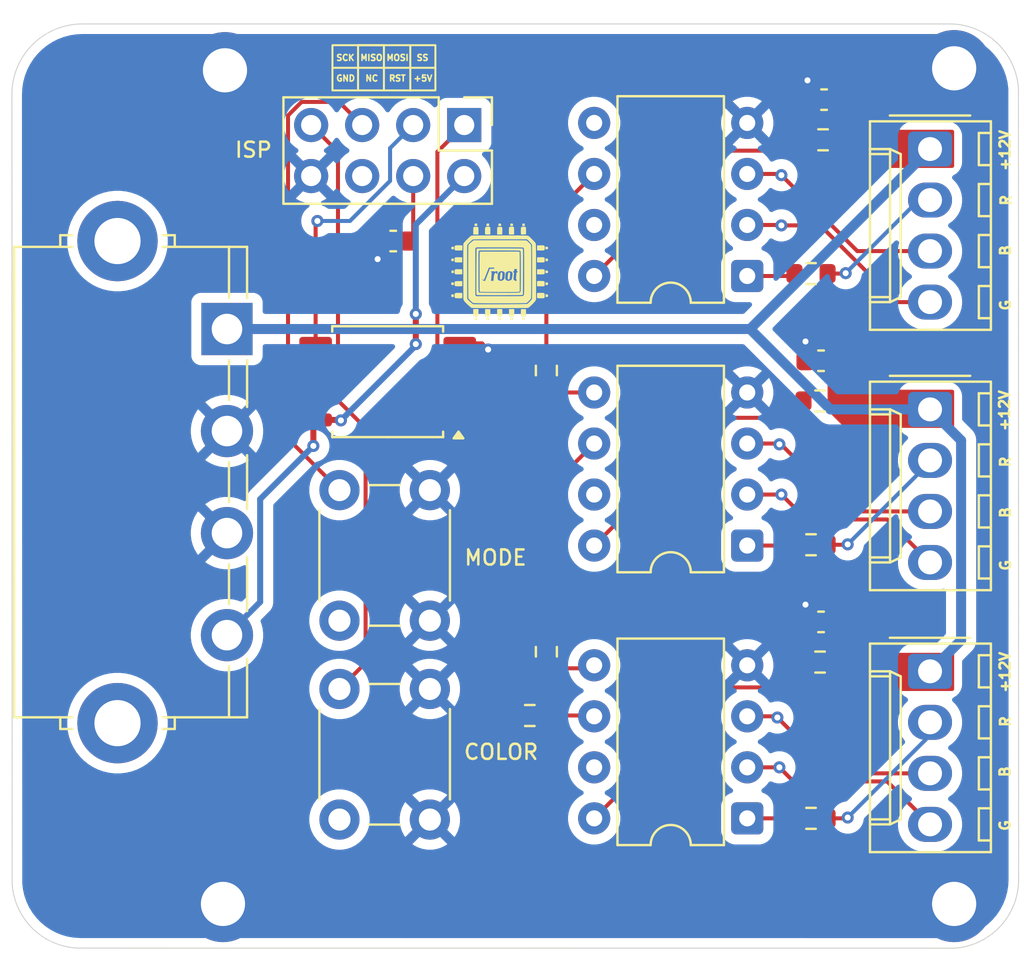
<source format=kicad_pcb>
(kicad_pcb (version 20241229) (generator "pcbnew") (generator_version "9.0")
  (layers (0 "F.Cu" signal) (2 "B.Cu" signal) (13 "F.Paste" user) (15 "B.Paste" user) (5 "F.SilkS" user "F.Silkscreen") (7 "B.SilkS" user "B.Silkscreen") (1 "F.Mask" user) (3 "B.Mask" user) (25 "Edge.Cuts" user))
  (net 0 "")
  (net 1 "GND")
  (net 2 "Net-(J1-Pin_4)")
  (net 3 "+12V")
  (net 4 "SS")
  (net 5 "+5V")
  (net 6 "MISO")
  (net 8 "SCK")
  (net 9 "MOSI")
  (net 10 "GREEN1")
  (net 11 "RED1")
  (net 12 "BLUE1")
  (net 13 "GREEN3")
  (net 14 "BLUE3")
  (net 15 "RED3")
  (net 16 "RED2")
  (net 17 "GREEN2")
  (net 18 "BLUE2")
  (net 19 "Net-(U2-DIN)")
  (net 20 "LED_SDA")
  (net 21 "Net-(U3-DIN)")
  (net 22 "Net-(U2-DO)")
  (net 23 "Net-(U4-DIN)")
  (net 24 "Net-(U3-DO)")
  (net 25 "Net-(U2-VDD)")
  (net 26 "Net-(U3-VDD)")
  (net 27 "Net-(U4-VDD)")
  (net 28 "Net-(U2-OUTR)")
  (net 29 "Net-(U3-OUTR)")
  (net 30 "Net-(U4-OUTR)")
  (footprint "Connector_Molex:Molex_KK-254_AE-6410-04A_1x04_P2.54mm_Vertical" (layer "F.Cu") (at 166 68.92 -90)
    (property "Reference" "J3" (hide yes))
    (property "Value" "RGB3" (hide yes))
    (pad "1" thru_hole roundrect (at 0 0 270) (size 1.74 2.19) (drill 1.19) (layers "*.Cu" "*.Mask") (roundrect_rratio 0.143678) (net 3 "+12V"))
    (pad "2" thru_hole oval (at 2.54 0 270) (size 1.74 2.19) (drill 1.19) (layers "*.Cu" "*.Mask") (net 15 "RED3"))
    (pad "3" thru_hole oval (at 5.08 0 270) (size 1.74 2.19) (drill 1.19) (layers "*.Cu" "*.Mask") (net 14 "BLUE3"))
    (pad "4" thru_hole oval (at 7.62 0 270) (size 1.74 2.19) (drill 1.19) (layers "*.Cu" "*.Mask") (net 13 "GREEN3"))
  )
  (footprint "Capacitor_SMD:C_0603_1608Metric" (layer "F.Cu") (at 160.575 79.46 180)
    (property "Reference" "C3" (hide yes))
    (property "Value" "0u1" (hide yes))
    (pad "1" smd roundrect (at -0.775 0 180) (size 0.9 0.95) (layers "F.Cu" "F.Mask" "F.Paste") (net 3 "+12V"))
    (pad "2" smd roundrect (at 0.775 0 180) (size 0.9 0.95) (layers "F.Cu" "F.Mask" "F.Paste") (net 1 "GND"))
  )
  (footprint "MountingHole:MountingHole_2.2mm_M2_DIN965_Pad" (layer "F.Cu") (at 167.2 64.9)
    (property "Reference" "H3" (hide yes))
    (property "Value" "MountingHole_Pad" (hide yes))
    (pad "1" thru_hole circle (at 0 0) (size 3.8 3.8) (drill 2.2) (layers "*.Cu" "*.Mask") (net 1 "GND"))
  )
  (footprint "Resistor_SMD:R_0603_1608Metric" (layer "F.Cu") (at 160.525 94.46 180)
    (property "Reference" "R4" (hide yes))
    (property "Value" "2k7" (hide yes))
    (pad "1" smd roundrect (at -0.825 0 180) (size 0.8 0.95) (layers "F.Cu" "F.Mask" "F.Paste") (net 3 "+12V"))
    (pad "2" smd roundrect (at 0.825 0 180) (size 0.8 0.95) (layers "F.Cu" "F.Mask" "F.Paste") (net 25 "Net-(U2-VDD)"))
  )
  (footprint "Button_Switch_THT:SW_PUSH_6mm_H5mm" (layer "F.Cu") (at 136.6 102.3 90)
    (property "Reference" "SW2" (hide yes))
    (property "Value" "mode" (hide yes))
    (pad "1" thru_hole circle (at 0 0 180) (size 2 2) (drill 1.1) (layers "*.Cu" "*.Mask") (net 8 "SCK"))
    (pad "1" thru_hole circle (at 6.5 0 180) (size 2 2) (drill 1.1) (layers "*.Cu" "*.Mask") (net 8 "SCK"))
    (pad "2" thru_hole circle (at 0 4.5 180) (size 2 2) (drill 1.1) (layers "*.Cu" "*.Mask") (net 1 "GND"))
    (pad "2" thru_hole circle (at 6.5 4.5 180) (size 2 2) (drill 1.1) (layers "*.Cu" "*.Mask") (net 1 "GND"))
  )
  (footprint "Resistor_SMD:R_0603_1608Metric" (layer "F.Cu") (at 160.525 81.46 180)
    (property "Reference" "R5" (hide yes))
    (property "Value" "2k7" (hide yes))
    (pad "1" smd roundrect (at -0.825 0 180) (size 0.8 0.95) (layers "F.Cu" "F.Mask" "F.Paste") (net 3 "+12V"))
    (pad "2" smd roundrect (at 0.825 0 180) (size 0.8 0.95) (layers "F.Cu" "F.Mask" "F.Paste") (net 26 "Net-(U3-VDD)"))
  )
  (footprint "Resistor_SMD:R_0603_1608Metric" (layer "F.Cu") (at 146.9 79.945 90)
    (property "Reference" "R3" (hide yes))
    (property "Value" "33" (hide yes))
    (pad "1" smd roundrect (at -0.825 0 90) (size 0.8 0.95) (layers "F.Cu" "F.Mask" "F.Paste") (net 24 "Net-(U3-DO)"))
    (pad "2" smd roundrect (at 0.825 0 90) (size 0.8 0.95) (layers "F.Cu" "F.Mask" "F.Paste") (net 23 "Net-(U4-DIN)"))
  )
  (footprint "LOGO" (layer "F.Cu") (at 144.6 75.15)
    (property "Reference" "G***" (hide yes))
    (property "Value" "LOGO" (hide yes))
  )
  (footprint "Resistor_SMD:R_0603_1608Metric" (layer "F.Cu") (at 160.075 88.62)
    (property "Reference" "RR2" (hide yes))
    (property "Value" "2k7" (hide yes))
    (pad "1" smd roundrect (at -0.825 0) (size 0.8 0.95) (layers "F.Cu" "F.Mask" "F.Paste") (net 29 "Net-(U3-OUTR)"))
    (pad "2" smd roundrect (at 0.825 0) (size 0.8 0.95) (layers "F.Cu" "F.Mask" "F.Paste") (net 16 "RED2"))
  )
  (footprint "Resistor_SMD:R_0603_1608Metric" (layer "F.Cu") (at 160.075 102.24)
    (property "Reference" "RR1" (hide yes))
    (property "Value" "2k7" (hide yes))
    (pad "1" smd roundrect (at -0.825 0) (size 0.8 0.95) (layers "F.Cu" "F.Mask" "F.Paste") (net 28 "Net-(U2-OUTR)"))
    (pad "2" smd roundrect (at 0.825 0) (size 0.8 0.95) (layers "F.Cu" "F.Mask" "F.Paste") (net 11 "RED1"))
  )
  (footprint "Resistor_SMD:R_0603_1608Metric" (layer "F.Cu") (at 146.9 93.945 90)
    (property "Reference" "R2" (hide yes))
    (property "Value" "33" (hide yes))
    (pad "1" smd roundrect (at -0.825 0 90) (size 0.8 0.95) (layers "F.Cu" "F.Mask" "F.Paste") (net 22 "Net-(U2-DO)"))
    (pad "2" smd roundrect (at 0.825 0 90) (size 0.8 0.95) (layers "F.Cu" "F.Mask" "F.Paste") (net 21 "Net-(U3-DIN)"))
  )
  (footprint "MountingHole:MountingHole_2.2mm_M2_DIN965_Pad" (layer "F.Cu") (at 130.9 65)
    (property "Reference" "H1" (hide yes))
    (property "Value" "MountingHole_Pad" (hide yes))
    (pad "1" thru_hole circle (at 0 0) (size 3.8 3.8) (drill 2.2) (layers "*.Cu" "*.Mask") (net 1 "GND"))
  )
  (footprint "Package_DIP:DIP-8_W7.62mm" (layer "F.Cu") (at 156.9 102.24 180)
    (property "Reference" "U2" (hide yes))
    (property "Value" "WS2811" (hide yes))
    (pad "1" thru_hole roundrect (at 0 0 180) (size 1.6 1.6) (drill 0.8) (layers "*.Cu" "*.Mask") (roundrect_rratio 0.15625) (net 28 "Net-(U2-OUTR)"))
    (pad "2" thru_hole circle (at 0 2.54 180) (size 1.6 1.6) (drill 0.8) (layers "*.Cu" "*.Mask") (net 10 "GREEN1"))
    (pad "3" thru_hole circle (at 0 5.08 180) (size 1.6 1.6) (drill 0.8) (layers "*.Cu" "*.Mask") (net 12 "BLUE1"))
    (pad "4" thru_hole circle (at 0 7.62 180) (size 1.6 1.6) (drill 0.8) (layers "*.Cu" "*.Mask") (net 1 "GND"))
    (pad "5" thru_hole circle (at 7.62 7.62 180) (size 1.6 1.6) (drill 0.8) (layers "*.Cu" "*.Mask") (net 22 "Net-(U2-DO)"))
    (pad "6" thru_hole circle (at 7.62 5.08 180) (size 1.6 1.6) (drill 0.8) (layers "*.Cu" "*.Mask") (net 19 "Net-(U2-DIN)"))
    (pad "7" thru_hole circle (at 7.62 2.54 180) (size 1.6 1.6) (drill 0.8) (layers "*.Cu" "*.Mask"))
    (pad "8" thru_hole circle (at 7.62 0 180) (size 1.6 1.6) (drill 0.8) (layers "*.Cu" "*.Mask") (net 25 "Net-(U2-VDD)"))
  )
  (footprint "Capacitor_SMD:C_0603_1608Metric" (layer "F.Cu") (at 160.725 66.46 180)
    (property "Reference" "C2" (hide yes))
    (property "Value" "0u1" (hide yes))
    (pad "1" smd roundrect (at -0.775 0 180) (size 0.9 0.95) (layers "F.Cu" "F.Mask" "F.Paste") (net 3 "+12V"))
    (pad "2" smd roundrect (at 0.775 0 180) (size 0.9 0.95) (layers "F.Cu" "F.Mask" "F.Paste") (net 1 "GND"))
  )
  (footprint "Package_DIP:DIP-8_W7.62mm" (layer "F.Cu") (at 156.9 88.66 180)
    (property "Reference" "U3" (hide yes))
    (property "Value" "WS2811" (hide yes))
    (pad "1" thru_hole roundrect (at 0 0 180) (size 1.6 1.6) (drill 0.8) (layers "*.Cu" "*.Mask") (roundrect_rratio 0.15625) (net 29 "Net-(U3-OUTR)"))
    (pad "2" thru_hole circle (at 0 2.54 180) (size 1.6 1.6) (drill 0.8) (layers "*.Cu" "*.Mask") (net 17 "GREEN2"))
    (pad "3" thru_hole circle (at 0 5.08 180) (size 1.6 1.6) (drill 0.8) (layers "*.Cu" "*.Mask") (net 18 "BLUE2"))
    (pad "4" thru_hole circle (at 0 7.62 180) (size 1.6 1.6) (drill 0.8) (layers "*.Cu" "*.Mask") (net 1 "GND"))
    (pad "5" thru_hole circle (at 7.62 7.62 180) (size 1.6 1.6) (drill 0.8) (layers "*.Cu" "*.Mask") (net 24 "Net-(U3-DO)"))
    (pad "6" thru_hole circle (at 7.62 5.08 180) (size 1.6 1.6) (drill 0.8) (layers "*.Cu" "*.Mask") (net 21 "Net-(U3-DIN)"))
    (pad "7" thru_hole circle (at 7.62 2.54 180) (size 1.6 1.6) (drill 0.8) (layers "*.Cu" "*.Mask"))
    (pad "8" thru_hole circle (at 7.62 0 180) (size 1.6 1.6) (drill 0.8) (layers "*.Cu" "*.Mask") (net 26 "Net-(U3-VDD)"))
  )
  (footprint "Connector_PinHeader_2.54mm:PinHeader_2x04_P2.54mm_Vertical" (layer "F.Cu") (at 142.81 67.725 -90)
    (property "Reference" "J1" (hide yes))
    (property "Value" "SPI" (hide yes))
    (pad "1" thru_hole rect (at 0 0 270) (size 1.7 1.7) (drill 1) (layers "*.Cu" "*.Mask") (net 4 "SS"))
    (pad "2" thru_hole circle (at 2.54 0 270) (size 1.7 1.7) (drill 1) (layers "*.Cu" "*.Mask") (net 5 "+5V"))
    (pad "3" thru_hole circle (at 0 2.54 270) (size 1.7 1.7) (drill 1) (layers "*.Cu" "*.Mask") (net 9 "MOSI"))
    (pad "4" thru_hole circle (at 2.54 2.54 270) (size 1.7 1.7) (drill 1) (layers "*.Cu" "*.Mask") (net 2 "Net-(J1-Pin_4)"))
    (pad "5" thru_hole circle (at 0 5.08 270) (size 1.7 1.7) (drill 1) (layers "*.Cu" "*.Mask") (net 6 "MISO"))
    (pad "6" thru_hole circle (at 2.54 5.08 270) (size 1.7 1.7) (drill 1) (layers "*.Cu" "*.Mask"))
    (pad "7" thru_hole circle (at 0 7.62 270) (size 1.7 1.7) (drill 1) (layers "*.Cu" "*.Mask") (net 8 "SCK"))
    (pad "8" thru_hole circle (at 2.54 7.62 270) (size 1.7 1.7) (drill 1) (layers "*.Cu" "*.Mask") (net 1 "GND"))
  )
  (footprint "Connector_Molex:Molex_KK-254_AE-6410-04A_1x04_P2.54mm_Vertical" (layer "F.Cu") (at 166 94.92 -90)
    (property "Reference" "J2" (hide yes))
    (property "Value" "RGB1" (hide yes))
    (pad "1" thru_hole roundrect (at 0 0 270) (size 1.74 2.19) (drill 1.19) (layers "*.Cu" "*.Mask") (roundrect_rratio 0.143678) (net 3 "+12V"))
    (pad "2" thru_hole oval (at 2.54 0 270) (size 1.74 2.19) (drill 1.19) (layers "*.Cu" "*.Mask") (net 11 "RED1"))
    (pad "3" thru_hole oval (at 5.08 0 270) (size 1.74 2.19) (drill 1.19) (layers "*.Cu" "*.Mask") (net 12 "BLUE1"))
    (pad "4" thru_hole oval (at 7.62 0 270) (size 1.74 2.19) (drill 1.19) (layers "*.Cu" "*.Mask") (net 10 "GREEN1"))
  )
  (footprint "Package_DIP:DIP-8_W7.62mm" (layer "F.Cu") (at 156.9 75.24 180)
    (property "Reference" "U4" (hide yes))
    (property "Value" "WS2811" (hide yes))
    (pad "1" thru_hole roundrect (at 0 0 180) (size 1.6 1.6) (drill 0.8) (layers "*.Cu" "*.Mask") (roundrect_rratio 0.15625) (net 30 "Net-(U4-OUTR)"))
    (pad "2" thru_hole circle (at 0 2.54 180) (size 1.6 1.6) (drill 0.8) (layers "*.Cu" "*.Mask") (net 13 "GREEN3"))
    (pad "3" thru_hole circle (at 0 5.08 180) (size 1.6 1.6) (drill 0.8) (layers "*.Cu" "*.Mask") (net 14 "BLUE3"))
    (pad "4" thru_hole circle (at 0 7.62 180) (size 1.6 1.6) (drill 0.8) (layers "*.Cu" "*.Mask") (net 1 "GND"))
    (pad "5" thru_hole circle (at 7.62 7.62 180) (size 1.6 1.6) (drill 0.8) (layers "*.Cu" "*.Mask"))
    (pad "6" thru_hole circle (at 7.62 5.08 180) (size 1.6 1.6) (drill 0.8) (layers "*.Cu" "*.Mask") (net 23 "Net-(U4-DIN)"))
    (pad "7" thru_hole circle (at 7.62 2.54 180) (size 1.6 1.6) (drill 0.8) (layers "*.Cu" "*.Mask"))
    (pad "8" thru_hole circle (at 7.62 0 180) (size 1.6 1.6) (drill 0.8) (layers "*.Cu" "*.Mask") (net 27 "Net-(U4-VDD)"))
  )
  (footprint "Resistor_SMD:R_0603_1608Metric" (layer "F.Cu") (at 160.675 68.46 180)
    (property "Reference" "R6" (hide yes))
    (property "Value" "2k7" (hide yes))
    (pad "1" smd roundrect (at -0.825 0 180) (size 0.8 0.95) (layers "F.Cu" "F.Mask" "F.Paste") (net 3 "+12V"))
    (pad "2" smd roundrect (at 0.825 0 180) (size 0.8 0.95) (layers "F.Cu" "F.Mask" "F.Paste") (net 27 "Net-(U4-VDD)"))
  )
  (footprint "Connector:Joint-Tech_C5080WR-04P_1x04_P5.08mm_Vertical" (layer "F.Cu") (at 131 77.88 -90)
    (property "Reference" "J5" (hide yes))
    (property "Value" "4pin molex" (hide yes))
    (pad "1" thru_hole rect (at 0 0 90) (size 2.6 2.55) (drill 1.52) (layers "*.Cu" "*.Mask") (net 3 "+12V"))
    (pad "2" thru_hole circle (at 5.08 0 90) (size 2.6 2.6) (drill 1.52) (layers "*.Cu" "*.Mask") (net 1 "GND"))
    (pad "3" thru_hole circle (at 10.16 0 90) (size 2.6 2.6) (drill 1.52) (layers "*.Cu" "*.Mask") (net 1 "GND"))
    (pad "4" thru_hole circle (at 15.24 0 90) (size 2.6 2.6) (drill 1.52) (layers "*.Cu" "*.Mask") (net 5 "+5V"))
    (pad "5" thru_hole circle (at -4.38 5.45 90) (size 4 4) (drill 2.3) (layers "*.Cu" "*.Mask"))
    (pad "5" thru_hole circle (at 19.62 5.45 90) (size 4 4) (drill 2.3) (layers "*.Cu" "*.Mask"))
  )
  (footprint "Capacitor_SMD:C_0603_1608Metric" (layer "F.Cu") (at 139.275 73.5 180)
    (property "Reference" "C1" (hide yes))
    (property "Value" "10u" (hide yes))
    (pad "1" smd roundrect (at -0.775 0 180) (size 0.9 0.95) (layers "F.Cu" "F.Mask" "F.Paste") (net 2 "Net-(J1-Pin_4)"))
    (pad "2" smd roundrect (at 0.775 0 180) (size 0.9 0.95) (layers "F.Cu" "F.Mask" "F.Paste") (net 1 "GND"))
  )
  (footprint "MountingHole:MountingHole_2.2mm_M2_DIN965_Pad" (layer "F.Cu") (at 167.2 106.5)
    (property "Reference" "H4" (hide yes))
    (property "Value" "MountingHole_Pad" (hide yes))
    (pad "1" thru_hole circle (at 0 0) (size 3.8 3.8) (drill 2.2) (layers "*.Cu" "*.Mask") (net 1 "GND"))
  )
  (footprint "MountingHole:MountingHole_2.2mm_M2_DIN965_Pad" (layer "F.Cu") (at 130.8 106.5)
    (property "Reference" "H2" (hide yes))
    (property "Value" "MountingHole_Pad" (hide yes))
    (pad "1" thru_hole circle (at 0 0) (size 3.8 3.8) (drill 2.2) (layers "*.Cu" "*.Mask") (net 1 "GND"))
  )
  (footprint "Package_SO:SOIC-8_5.3x5.3mm_P1.27mm" (layer "F.Cu") (at 139 80.5 180)
    (property "Reference" "U1" (hide yes))
    (property "Value" "ATtiny25-20S" (hide yes))
    (pad "1" smd roundrect (at -3.5875 -1.905 180) (size 1.625 0.65) (layers "F.Cu" "F.Mask" "F.Paste") (net 4 "SS"))
    (pad "2" smd roundrect (at -3.5875 -0.635 180) (size 1.625 0.65) (layers "F.Cu" "F.Mask" "F.Paste") (net 20 "LED_SDA"))
    (pad "3" smd roundrect (at -3.5875 0.635 180) (size 1.625 0.65) (layers "F.Cu" "F.Mask" "F.Paste"))
    (pad "4" smd roundrect (at -3.5875 1.905 180) (size 1.625 0.65) (layers "F.Cu" "F.Mask" "F.Paste") (net 1 "GND"))
    (pad "5" smd roundrect (at 3.5875 1.905 180) (size 1.625 0.65) (layers "F.Cu" "F.Mask" "F.Paste") (net 9 "MOSI"))
    (pad "6" smd roundrect (at 3.5875 0.635 180) (size 1.625 0.65) (layers "F.Cu" "F.Mask" "F.Paste") (net 6 "MISO"))
    (pad "7" smd roundrect (at 3.5875 -0.635 180) (size 1.625 0.65) (layers "F.Cu" "F.Mask" "F.Paste") (net 8 "SCK"))
    (pad "8" smd roundrect (at 3.5875 -1.905 180) (size 1.625 0.65) (layers "F.Cu" "F.Mask" "F.Paste") (net 5 "+5V"))
  )
  (footprint "Connector_Molex:Molex_KK-254_AE-6410-04A_1x04_P2.54mm_Vertical" (layer "F.Cu") (at 166 81.88 -90)
    (property "Reference" "J4" (hide yes))
    (property "Value" "RGB2" (hide yes))
    (pad "1" thru_hole roundrect (at 0 0 270) (size 1.74 2.19) (drill 1.19) (layers "*.Cu" "*.Mask") (roundrect_rratio 0.143678) (net 3 "+12V"))
    (pad "2" thru_hole oval (at 2.54 0 270) (size 1.74 2.19) (drill 1.19) (layers "*.Cu" "*.Mask") (net 16 "RED2"))
    (pad "3" thru_hole oval (at 5.08 0 270) (size 1.74 2.19) (drill 1.19) (layers "*.Cu" "*.Mask") (net 18 "BLUE2"))
    (pad "4" thru_hole oval (at 7.62 0 270) (size 1.74 2.19) (drill 1.19) (layers "*.Cu" "*.Mask") (net 17 "GREEN2"))
  )
  (footprint "Capacitor_SMD:C_0603_1608Metric" (layer "F.Cu") (at 160.575 92.46 180)
    (property "Reference" "C4" (hide yes))
    (property "Value" "0u1" (hide yes))
    (pad "1" smd roundrect (at -0.775 0 180) (size 0.9 0.95) (layers "F.Cu" "F.Mask" "F.Paste") (net 3 "+12V"))
    (pad "2" smd roundrect (at 0.775 0 180) (size 0.9 0.95) (layers "F.Cu" "F.Mask" "F.Paste") (net 1 "GND"))
  )
  (footprint "Button_Switch_THT:SW_PUSH_6mm_H5mm" (layer "F.Cu") (at 136.6 92.4 90)
    (property "Reference" "SW1" (hide yes))
    (property "Value" "color" (hide yes))
    (pad "1" thru_hole circle (at 0 0 180) (size 2 2) (drill 1.1) (layers "*.Cu" "*.Mask") (net 6 "MISO"))
    (pad "1" thru_hole circle (at 6.5 0 180) (size 2 2) (drill 1.1) (layers "*.Cu" "*.Mask") (net 6 "MISO"))
    (pad "2" thru_hole circle (at 0 4.5 180) (size 2 2) (drill 1.1) (layers "*.Cu" "*.Mask") (net 1 "GND"))
    (pad "2" thru_hole circle (at 6.5 4.5 180) (size 2 2) (drill 1.1) (layers "*.Cu" "*.Mask") (net 1 "GND"))
  )
  (footprint "Resistor_SMD:R_0603_1608Metric" (layer "F.Cu") (at 146.075 97.12 180)
    (property "Reference" "R1" (hide yes))
    (property "Value" "33" (hide yes))
    (pad "1" smd roundrect (at -0.825 0 180) (size 0.8 0.95) (layers "F.Cu" "F.Mask" "F.Paste") (net 19 "Net-(U2-DIN)"))
    (pad "2" smd roundrect (at 0.825 0 180) (size 0.8 0.95) (layers "F.Cu" "F.Mask" "F.Paste") (net 20 "LED_SDA"))
  )
  (footprint "Resistor_SMD:R_0603_1608Metric" (layer "F.Cu") (at 160.075 75.12)
    (property "Reference" "RR3" (hide yes))
    (property "Value" "2k7" (hide yes))
    (pad "1" smd roundrect (at -0.825 0) (size 0.8 0.95) (layers "F.Cu" "F.Mask" "F.Paste") (net 30 "Net-(U4-OUTR)"))
    (pad "2" smd roundrect (at 0.825 0) (size 0.8 0.95) (layers "F.Cu" "F.Mask" "F.Paste") (net 15 "RED3"))
  )
  (gr_poly (pts (xy 167.1 81) (xy 163.6 81) (xy 162 79.4) (xy 162 79) (xy 161.9 78.9) (xy 161 78.9) (xy 161 81.9) (xy 161.8 82.7) (xy 167.1 82.7)) (stroke (width 0.2)) (fill yes) (layer "F.Cu") (net 3))
  (gr_poly (pts (xy 167.1 94.1) (xy 163.6 94.1) (xy 162 92.5) (xy 162 92.1) (xy 161.9 92) (xy 161 92) (xy 161 95) (xy 161.8 95.8) (xy 167.1 95.8)) (stroke (width 0.2)) (fill yes) (layer "F.Cu") (net 3))
  (gr_poly (pts (xy 167.1 68.06) (xy 163.6 68.06) (xy 162 66.46) (xy 162 66.06) (xy 161.9 65.96) (xy 161 65.96) (xy 161 68.96) (xy 161.8 69.76) (xy 167.1 69.76)) (stroke (width 0.2)) (fill yes) (layer "F.Cu") (net 3))
  (gr_line (start 137.525 63.75) (end 137.525 65.975) (stroke (width 0.1)) (layer "F.SilkS"))
  (gr_line (start 138.8125 63.75) (end 137.525 63.75) (stroke (width 0.1)) (layer "F.SilkS"))
  (gr_line (start 140.125 66.0125) (end 140.125 63.7875) (stroke (width 0.1)) (layer "F.SilkS"))
  (gr_line (start 136.25 64.875) (end 141.375 64.875) (stroke (width 0.1)) (layer "F.SilkS"))
  (gr_line (start 138.8125 63.75) (end 138.8125 66) (stroke (width 0.1)) (layer "F.SilkS"))
  (gr_rect (start 136.25 63.75) (end 141.375 66) (stroke (width 0.1)) (fill no) (layer "F.SilkS"))
  (gr_line (start 170.409851 105.278116) (end 170.4 65.874942) (stroke (width 0.05)) (layer "Edge.Cuts"))
  (gr_arc (start 170.409851 105.277803) (mid 169.484903 107.628344) (end 167.199117 108.703404) (stroke (width 0.05)) (layer "Edge.Cuts"))
  (gr_arc (start 123.710581 108.699841) (mid 121.374708 107.773704) (end 120.307217 105.498953) (stroke (width 0.05)) (layer "Edge.Cuts"))
  (gr_line (start 123.71125 108.699842) (end 167.199116 108.703404) (stroke (width 0.05)) (layer "Edge.Cuts"))
  (gr_line (start 120.307215 105.49623) (end 120.292783 66.2) (stroke (width 0.05)) (layer "Edge.Cuts"))
  (gr_arc (start 167 62.692013) (mid 169.318983 63.621735) (end 170.398383 65.874947) (stroke (width 0.05)) (layer "Edge.Cuts"))
  (gr_line (start 123.80077 62.692013) (end 167 62.692013) (stroke (width 0.05)) (layer "Edge.Cuts"))
  (gr_arc (start 120.292783 66.2) (mid 121.320249 63.719479) (end 123.80077 62.692013) (stroke (width 0.05)) (layer "Edge.Cuts"))
  (gr_text "R" (at 170.075 71.8 90) (layer "F.SilkS") (effects (font (size 0.5 0.5) (thickness 0.125) (bold yes)) (justify left bottom)))
  (gr_text "COLOR" (at 142.725 99.375 0) (layer "F.SilkS") (effects (font (size 0.75 0.75) (thickness 0.125) (bold yes)) (justify left bottom)))
  (gr_text "B" (at 170.05 87.35 90) (layer "F.SilkS") (effects (font (size 0.5 0.5) (thickness 0.125) (bold yes)) (justify left bottom)))
  (gr_text "R" (at 170.05 97.75 90) (layer "F.SilkS") (effects (font (size 0.5 0.5) (thickness 0.125) (bold yes)) (justify left bottom)))
  (gr_text "+12V\n" (at 170 83.025 90) (layer "F.SilkS") (effects (font (size 0.5 0.5) (thickness 0.125) (bold yes)) (justify left bottom)))
  (gr_text "G" (at 170.05 77.025 90) (layer "F.SilkS") (effects (font (size 0.5 0.5) (thickness 0.125) (bold yes)) (justify left bottom)))
  (gr_text "MISO\n" (at 137.6 64.55 0) (layer "F.SilkS") (effects (font (size 0.3 0.3) (thickness 0.075)) (justify left bottom)))
  (gr_text "G" (at 170.025 102.925 90) (layer "F.SilkS") (effects (font (size 0.5 0.5) (thickness 0.125) (bold yes)) (justify left bottom)))
  (gr_text "B" (at 170.025 100.25 90) (layer "F.SilkS") (effects (font (size 0.5 0.5) (thickness 0.125) (bold yes)) (justify left bottom)))
  (gr_text "RST" (at 139.025 65.575 0) (layer "F.SilkS") (effects (font (size 0.3 0.3) (thickness 0.075)) (justify left bottom)))
  (gr_text "SCK\n" (at 136.4 64.55 0) (layer "F.SilkS") (effects (font (size 0.3 0.3) (thickness 0.075)) (justify left bottom)))
  (gr_text "GND" (at 136.4 65.575 0) (layer "F.SilkS") (effects (font (size 0.3 0.3) (thickness 0.075)) (justify left bottom)))
  (gr_text "ISP" (at 131.325 69.4 0) (layer "F.SilkS") (effects (font (size 0.75 0.75) (thickness 0.125) (bold yes)) (justify left bottom)))
  (gr_text "MODE" (at 142.75 89.7 0) (layer "F.SilkS") (effects (font (size 0.75 0.75) (thickness 0.125) (bold yes)) (justify left bottom)))
  (gr_text "MOSI" (at 138.9 64.55 0) (layer "F.SilkS") (effects (font (size 0.3 0.3) (thickness 0.075)) (justify left bottom)))
  (gr_text "B" (at 170.05 74.3 90) (layer "F.SilkS") (effects (font (size 0.5 0.5) (thickness 0.125) (bold yes)) (justify left bottom)))
  (gr_text "+12V\n" (at 170.025 70.075 90) (layer "F.SilkS") (effects (font (size 0.5 0.5) (thickness 0.125) (bold yes)) (justify left bottom)))
  (gr_text "SS" (at 140.4 64.55 0) (layer "F.SilkS") (effects (font (size 0.3 0.3) (thickness 0.075)) (justify left bottom)))
  (gr_text "NC" (at 137.85 65.575 0) (layer "F.SilkS") (effects (font (size 0.3 0.3) (thickness 0.075)) (justify left bottom)))
  (gr_text "G" (at 170.05 89.975 90) (layer "F.SilkS") (effects (font (size 0.5 0.5) (thickness 0.125) (bold yes)) (justify left bottom)))
  (gr_text "R" (at 170.05 84.825 90) (layer "F.SilkS") (effects (font (size 0.5 0.5) (thickness 0.125) (bold yes)) (justify left bottom)))
  (gr_text "+12V\n" (at 170.025 96.05 90) (layer "F.SilkS") (effects (font (size 0.5 0.5) (thickness 0.125) (bold yes)) (justify left bottom)))
  (gr_text "+5V" (at 140.25 65.575 0) (layer "F.SilkS") (effects (font (size 0.3 0.3) (thickness 0.075)) (justify left bottom)))
  (segment (start 143.695 78.595) (end 144 78.9) (width 0.2) (layer "F.Cu") (net 1))
  (segment (start 142.5875 78.595) (end 143.695 78.595) (width 0.2) (layer "F.Cu") (net 1))
  (segment (start 138.5 73.5) (end 138.5 74.4) (width 0.2) (layer "F.Cu") (net 1))
  (segment (start 159.95 66.46) (end 159.95 65.55) (width 0.2) (layer "F.Cu") (net 1))
  (segment (start 159.8 92.46) (end 159.8 91.6) (width 0.2) (layer "F.Cu") (net 1))
  (segment (start 159.95 65.55) (end 159.9 65.5) (width 0.2) (layer "F.Cu") (net 1))
  (segment (start 159.8 79.46) (end 159.8 78.5) (width 0.2) (layer "F.Cu") (net 1))
  (via (at 138.5 74.4) (size 0.6) (drill 0.3) (layers "F.Cu" "B.Cu") (net 1))
  (via (at 159.9 65.5) (size 0.6) (drill 0.3) (layers "F.Cu" "B.Cu") (net 1))
  (via (at 159.8 78.5) (size 0.6) (drill 0.3) (layers "F.Cu" "B.Cu") (net 1))
  (via (at 159.8 91.6) (size 0.6) (drill 0.3) (layers "F.Cu" "B.Cu") (net 1))
  (via (at 144 78.9) (size 0.6) (drill 0.3) (layers "F.Cu" "B.Cu") (net 1))
  (segment (start 140.27 73.28) (end 140.05 73.5) (width 0.2) (layer "F.Cu") (net 2))
  (segment (start 140.27 70.265) (end 140.27 73.28) (width 0.2) (layer "F.Cu") (net 2))
  (segment (start 167.546 83.426) (end 167.546 93.374) (width 0.5) (layer "B.Cu") (net 3))
  (segment (start 157.04 77.88) (end 166 68.92) (width 0.5) (layer "B.Cu") (net 3))
  (segment (start 166 81.88) (end 167.546 83.426) (width 0.5) (layer "B.Cu") (net 3))
  (segment (start 157.04 77.88) (end 131 77.88) (width 0.5) (layer "B.Cu") (net 3))
  (segment (start 157.04 77.88) (end 161.04 81.88) (width 0.5) (layer "B.Cu") (net 3))
  (segment (start 161.04 81.88) (end 166 81.88) (width 0.5) (layer "B.Cu") (net 3))
  (segment (start 165.809 69.111) (end 166 68.92) (width 0.3) (layer "B.Cu") (net 3))
  (segment (start 167.546 93.374) (end 166 94.92) (width 0.5) (layer "B.Cu") (net 3))
  (segment (start 141.474 69.061) (end 142.81 67.725) (width 0.2) (layer "F.Cu") (net 4))
  (segment (start 142.5875 82.405) (end 141.775001 82.405) (width 0.2) (layer "F.Cu") (net 4))
  (segment (start 141.775001 82.405) (end 141.474 82.103999) (width 0.2) (layer "F.Cu") (net 4))
  (segment (start 141.474 82.103999) (end 141.474 69.061) (width 0.2) (layer "F.Cu") (net 4))
  (segment (start 135.4125 82.405) (end 136.64647 82.405) (width 0.3) (layer "F.Cu") (net 5))
  (segment (start 135.3 82.5175) (end 135.4125 82.405) (width 0.3) (layer "F.Cu") (net 5))
  (segment (start 136.64647 82.405) (end 136.670735 82.429265) (width 0.3) (layer "F.Cu") (net 5))
  (segment (start 135.3 83.7) (end 135.3 82.5175) (width 0.3) (layer "F.Cu") (net 5))
  (segment (start 140.4 78.63) (end 140.4 77.13) (width 0.3) (layer "F.Cu") (net 5))
  (via (at 135.3 83.7) (size 0.6) (drill 0.3) (layers "F.Cu" "B.Cu") (net 5))
  (via (at 140.4 77.13) (size 0.6) (drill 0.3) (layers "F.Cu" "B.Cu") (net 5))
  (via (at 136.670735 82.429265) (size 0.6) (drill 0.3) (layers "F.Cu" "B.Cu") (net 5))
  (via (at 140.4 78.63) (size 0.6) (drill 0.3) (layers "F.Cu" "B.Cu") (net 5))
  (segment (start 140.4 77.13) (end 140.4 72.675) (width 0.3) (layer "B.Cu") (net 5))
  (segment (start 132.651 86.349) (end 132.651 91.469) (width 0.3) (layer "B.Cu") (net 5))
  (segment (start 135.3 83.7) (end 132.651 86.349) (width 0.3) (layer "B.Cu") (net 5))
  (segment (start 136.670735 82.429265) (end 140.4 78.7) (width 0.3) (layer "B.Cu") (net 5))
  (segment (start 140.4 78.7) (end 140.4 78.63) (width 0.3) (layer "B.Cu") (net 5))
  (segment (start 132.651 91.469) (end 131 93.12) (width 0.3) (layer "B.Cu") (net 5))
  (segment (start 140.4 72.675) (end 142.81 70.265) (width 0.3) (layer "B.Cu") (net 5))
  (segment (start 134.039 67.24824) (end 134.71324 66.574) (width 0.2) (layer "F.Cu") (net 6))
  (segment (start 135.4125 79.865) (end 134.600001 79.865) (width 0.2) (layer "F.Cu") (net 6))
  (segment (start 136.579 66.574) (end 137.73 67.725) (width 0.2) (layer "F.Cu") (net 6))
  (segment (start 134.299 80.77601) (end 134.299 83.599) (width 0.2) (layer "F.Cu") (net 6))
  (segment (start 135.4125 79.865) (end 135.21001 79.865) (width 0.2) (layer "F.Cu") (net 6))
  (segment (start 134.299 83.599) (end 136.6 85.9) (width 0.2) (layer "F.Cu") (net 6))
  (segment (start 134.71324 66.574) (end 136.579 66.574) (width 0.2) (layer "F.Cu") (net 6))
  (segment (start 134.039 79.303999) (end 134.039 67.24824) (width 0.2) (layer "F.Cu") (net 6))
  (segment (start 134.600001 79.865) (end 134.039 79.303999) (width 0.2) (layer "F.Cu") (net 6))
  (segment (start 135.21001 79.865) (end 134.299 80.77601) (width 0.2) (layer "F.Cu") (net 6))
  (segment (start 137.901 94.499) (end 136.6 95.8) (width 0.2) (layer "F.Cu") (net 8))
  (segment (start 135.4125 81.135) (end 135.61499 81.135) (width 0.2) (layer "F.Cu") (net 8))
  (segment (start 136.526 69.061) (end 135.19 67.725) (width 0.2) (layer "F.Cu") (net 8))
  (segment (start 137.901 82.811001) (end 137.901 94.499) (width 0.2) (layer "F.Cu") (net 8))
  (segment (start 135.61499 81.135) (end 136.526 80.22399) (width 0.2) (layer "F.Cu") (net 8))
  (segment (start 136.224999 81.135) (end 137.901 82.811001) (width 0.2) (layer "F.Cu") (net 8))
  (segment (start 136.526 80.22399) (end 136.526 69.061) (width 0.2) (layer "F.Cu") (net 8))
  (segment (start 135.4125 81.135) (end 136.224999 81.135) (width 0.2) (layer "F.Cu") (net 8))
  (segment (start 135.4125 78.595) (end 135.4125 72.5875) (width 0.2) (layer "F.Cu") (net 9))
  (segment (start 135.4125 72.5875) (end 135.5 72.5) (width 0.2) (layer "F.Cu") (net 9))
  (via (at 135.5 72.5) (size 0.6) (drill 0.3) (layers "F.Cu" "B.Cu") (net 9))
  (segment (start 137.12276 72.5) (end 139.119 70.50376) (width 0.2) (layer "B.Cu") (net 9))
  (segment (start 135.5 72.5) (end 137.12276 72.5) (width 0.2) (layer "B.Cu") (net 9))
  (segment (start 139.119 68.876) (end 140.27 67.725) (width 0.2) (layer "B.Cu") (net 9))
  (segment (start 139.119 70.50376) (end 139.119 68.876) (width 0.2) (layer "B.Cu") (net 9))
  (segment (start 158.5 99.7) (end 156.9 99.7) (width 0.2) (layer "F.Cu") (net 10))
  (segment (start 163.861 100.401) (end 166 102.54) (width 0.2) (layer "F.Cu") (net 10))
  (segment (start 159.201 100.401) (end 163.861 100.401) (width 0.2) (layer "F.Cu") (net 10))
  (segment (start 158.5 99.7) (end 159.201 100.401) (width 0.2) (layer "F.Cu") (net 10))
  (via (at 158.5 99.7) (size 0.6) (drill 0.3) (layers "F.Cu" "B.Cu") (net 10))
  (segment (start 158.5 99.7) (end 158.68 99.7) (width 0.2) (layer "B.Cu") (net 10))
  (segment (start 160.9 102.24) (end 161.86 102.24) (width 0.2) (layer "F.Cu") (net 11))
  (segment (start 161.86 102.24) (end 161.9 102.2) (width 0.2) (layer "F.Cu") (net 11))
  (via (at 161.9 102.2) (size 0.6) (drill 0.3) (layers "F.Cu" "B.Cu") (net 11))
  (segment (start 161.9 102.2) (end 166 98.1) (width 0.2) (layer "B.Cu") (net 11))
  (segment (start 166 98.1) (end 166 97.46) (width 0.2) (layer "B.Cu") (net 11))
  (segment (start 158.4 97.22) (end 161.18 100) (width 0.2) (layer "F.Cu") (net 12))
  (segment (start 158.34 97.16) (end 158.4 97.22) (width 0.2) (layer "F.Cu") (net 12))
  (segment (start 161.18 100) (end 166 100) (width 0.2) (layer "F.Cu") (net 12))
  (segment (start 156.9 97.16) (end 158.34 97.16) (width 0.2) (layer "F.Cu") (net 12))
  (via (at 158.4 97.22) (size 0.6) (drill 0.3) (layers "F.Cu" "B.Cu") (net 12))
  (segment (start 158.58 72.7) (end 158.6 72.72) (width 0.2) (layer "F.Cu") (net 13))
  (segment (start 158.6 72.72) (end 160.5329 72.72) (width 0.2) (layer "F.Cu") (net 13))
  (segment (start 164.3529 76.54) (end 166 76.54) (width 0.2) (layer "F.Cu") (net 13))
  (segment (start 160.5329 72.72) (end 164.3529 76.54) (width 0.2) (layer "F.Cu") (net 13))
  (segment (start 156.9 72.7) (end 158.58 72.7) (width 0.2) (layer "F.Cu") (net 13))
  (via (at 158.6 72.72) (size 0.6) (drill 0.3) (layers "F.Cu" "B.Cu") (net 13))
  (segment (start 158.6 70.22) (end 162.38 74) (width 0.2) (layer "F.Cu") (net 14))
  (segment (start 156.9 70.16) (end 158.54 70.16) (width 0.2) (layer "F.Cu") (net 14))
  (segment (start 158.54 70.16) (end 158.6 70.22) (width 0.2) (layer "F.Cu") (net 14))
  (segment (start 162.38 74) (end 166 74) (width 0.2) (layer "F.Cu") (net 14))
  (via (at 158.6 70.22) (size 0.6) (drill 0.3) (layers "F.Cu" "B.Cu") (net 14))
  (segment (start 160.9 75.12) (end 161.78 75.12) (width 0.2) (layer "F.Cu") (net 15))
  (segment (start 161.78 75.12) (end 161.8 75.1) (width 0.2) (layer "F.Cu") (net 15))
  (via (at 161.8 75.1) (size 0.6) (drill 0.3) (layers "F.Cu" "B.Cu") (net 15))
  (segment (start 161.8 75.1) (end 165.44 71.46) (width 0.2) (layer "B.Cu") (net 15))
  (segment (start 165.44 71.46) (end 166 71.46) (width 0.2) (layer "B.Cu") (net 15))
  (segment (start 160.9 88.62) (end 161.88 88.62) (width 0.2) (layer "F.Cu") (net 16))
  (segment (start 161.88 88.62) (end 161.9 88.6) (width 0.2) (layer "F.Cu") (net 16))
  (via (at 161.9 88.6) (size 0.6) (drill 0.3) (layers "F.Cu" "B.Cu") (net 16))
  (segment (start 166 84.5) (end 166 84.42) (width 0.2) (layer "B.Cu") (net 16))
  (segment (start 161.9 88.6) (end 166 84.5) (width 0.2) (layer "B.Cu") (net 16))
  (segment (start 159.841 87.361) (end 163.861 87.361) (width 0.2) (layer "F.Cu") (net 17))
  (segment (start 163.861 87.361) (end 166 89.5) (width 0.2) (layer "F.Cu") (net 17))
  (segment (start 158.6 86.12) (end 159.841 87.361) (width 0.2) (layer "F.Cu") (net 17))
  (segment (start 156.9 86.12) (end 158.6 86.12) (width 0.2) (layer "F.Cu") (net 17))
  (via (at 158.6 86.12) (size 0.6) (drill 0.3) (layers "F.Cu" "B.Cu") (net 17))
  (segment (start 158.58 83.62) (end 161.92 86.96) (width 0.2) (layer "F.Cu") (net 18))
  (segment (start 158.46 83.58) (end 158.5 83.62) (width 0.2) (layer "F.Cu") (net 18))
  (segment (start 158.5 83.62) (end 158.58 83.62) (width 0.2) (layer "F.Cu") (net 18))
  (segment (start 156.9 83.58) (end 158.46 83.58) (width 0.2) (layer "F.Cu") (net 18))
  (segment (start 161.92 86.96) (end 166 86.96) (width 0.2) (layer "F.Cu") (net 18))
  (via (at 158.5 83.62) (size 0.6) (drill 0.3) (layers "F.Cu" "B.Cu") (net 18))
  (segment (start 146.9 97.12) (end 149.24 97.12) (width 0.2) (layer "F.Cu") (net 19))
  (segment (start 149.24 97.12) (end 149.28 97.16) (width 0.2) (layer "F.Cu") (net 19))
  (segment (start 145.25 82.985001) (end 143.399999 81.135) (width 0.2) (layer "F.Cu") (net 20))
  (segment (start 145.25 97.12) (end 145.25 82.985001) (width 0.2) (layer "F.Cu") (net 20))
  (segment (start 143.399999 81.135) (end 142.5875 81.135) (width 0.2) (layer "F.Cu") (net 20))
  (segment (start 146.9 85.96) (end 149.28 83.58) (width 0.2) (layer "F.Cu") (net 21))
  (segment (start 146.9 93.12) (end 146.9 85.96) (width 0.2) (layer "F.Cu") (net 21))
  (segment (start 149.13 94.77) (end 149.28 94.62) (width 0.2) (layer "F.Cu") (net 22))
  (segment (start 146.9 94.77) (end 149.13 94.77) (width 0.2) (layer "F.Cu") (net 22))
  (segment (start 146.9 72.54) (end 149.28 70.16) (width 0.2) (layer "F.Cu") (net 23))
  (segment (start 146.9 79.12) (end 146.9 72.54) (width 0.2) (layer "F.Cu") (net 23))
  (segment (start 149.28 81.04) (end 147.17 81.04) (width 0.2) (layer "F.Cu") (net 24))
  (segment (start 147.17 81.04) (end 146.9 80.77) (width 0.2) (layer "F.Cu") (net 24))
  (segment (start 158.439 95.721) (end 159.7 94.46) (width 0.2) (layer "F.Cu") (net 25))
  (segment (start 155.799 95.721) (end 158.439 95.721) (width 0.2) (layer "F.Cu") (net 25))
  (segment (start 149.28 102.24) (end 155.799 95.721) (width 0.2) (layer "F.Cu") (net 25))
  (segment (start 155.64 82.3) (end 158.86 82.3) (width 0.2) (layer "F.Cu") (net 26))
  (segment (start 158.86 82.3) (end 159.7 81.46) (width 0.2) (layer "F.Cu") (net 26))
  (segment (start 149.28 88.66) (end 155.64 82.3) (width 0.2) (layer "F.Cu") (net 26))
  (segment (start 159.31 69) (end 159.85 68.46) (width 0.2) (layer "F.Cu") (net 27))
  (segment (start 155.52 69) (end 159.31 69) (width 0.2) (layer "F.Cu") (net 27))
  (segment (start 149.28 75.24) (end 155.52 69) (width 0.2) (layer "F.Cu") (net 27))
  (segment (start 156.9 102.24) (end 159.25 102.24) (width 0.2) (layer "F.Cu") (net 28))
  (segment (start 159.21 88.66) (end 159.25 88.62) (width 0.2) (layer "F.Cu") (net 29))
  (segment (start 156.9 88.66) (end 159.21 88.66) (width 0.2) (layer "F.Cu") (net 29))
  (segment (start 159.13 75.24) (end 159.25 75.12) (width 0.2) (layer "F.Cu") (net 30))
  (segment (start 156.9 75.24) (end 159.13 75.24) (width 0.2) (layer "F.Cu") (net 30))
  (zone (net 1) (net_name "GND") (layer "B.Cu") (connect_pads (clearance 0.5)) (min_thickness 0.25) (fill yes (thermal_gap 0.5) (thermal_bridge_width 0.5))
    (polygon (pts (xy 119.7 61.5) (xy 119.7 109.1) (xy 120.1 109.5) (xy 169.3 109.5) (xy 170.7 108.1) (xy 170.7 62.1) (xy 170.1 61.5)))
  )
)
</source>
